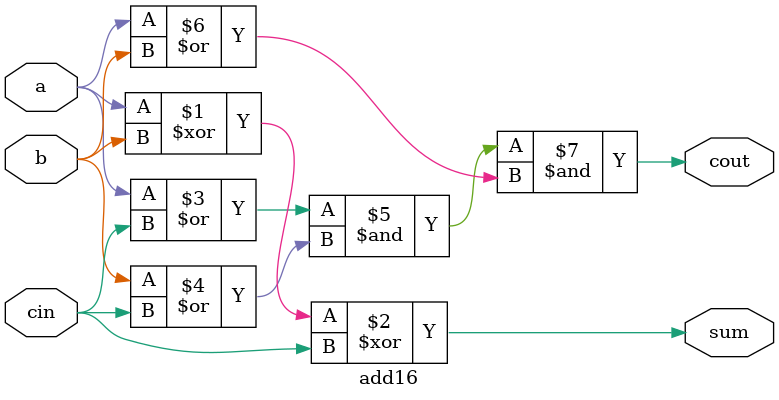
<source format=v>
module top_module (
    input [31:0] a,
    input [31:0] b,
    output [31:0] sum
);//
    wire c1, c2, cout;
    assign c1 = 1'b0; 
    
    add16 instance1 (a[15:0], b[15:0], c1, sum[15:0], c2);
    add16 instance2 (a[31:16], b[31:16], c2, sum[31:16], cout);  
    
endmodule

module add16 ( input a, input b, input cin,   output sum, output cout );
    assign sum = a ^ b ^ cin;
    assign cout = (a|cin) & (b|cin) & (a|b);

endmodule

</source>
